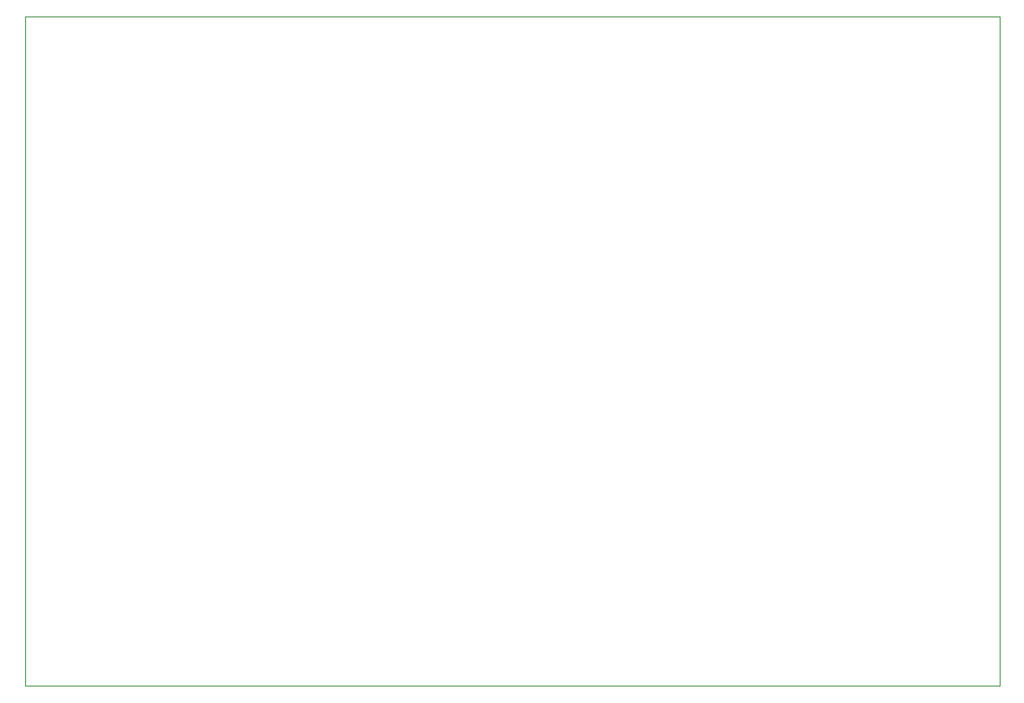
<source format=gbr>
G04 #@! TF.GenerationSoftware,KiCad,Pcbnew,7.0.2*
G04 #@! TF.CreationDate,2024-01-15T15:27:13-05:00*
G04 #@! TF.ProjectId,4 VCF FINAL,34205643-4620-4464-994e-414c2e6b6963,rev?*
G04 #@! TF.SameCoordinates,Original*
G04 #@! TF.FileFunction,Profile,NP*
%FSLAX46Y46*%
G04 Gerber Fmt 4.6, Leading zero omitted, Abs format (unit mm)*
G04 Created by KiCad (PCBNEW 7.0.2) date 2024-01-15 15:27:13*
%MOMM*%
%LPD*%
G01*
G04 APERTURE LIST*
G04 #@! TA.AperFunction,Profile*
%ADD10C,0.100000*%
G04 #@! TD*
G04 APERTURE END LIST*
D10*
X81875000Y-70125000D02*
X176875000Y-70125000D01*
X176875000Y-135375000D01*
X81875000Y-135375000D01*
X81875000Y-70125000D01*
M02*

</source>
